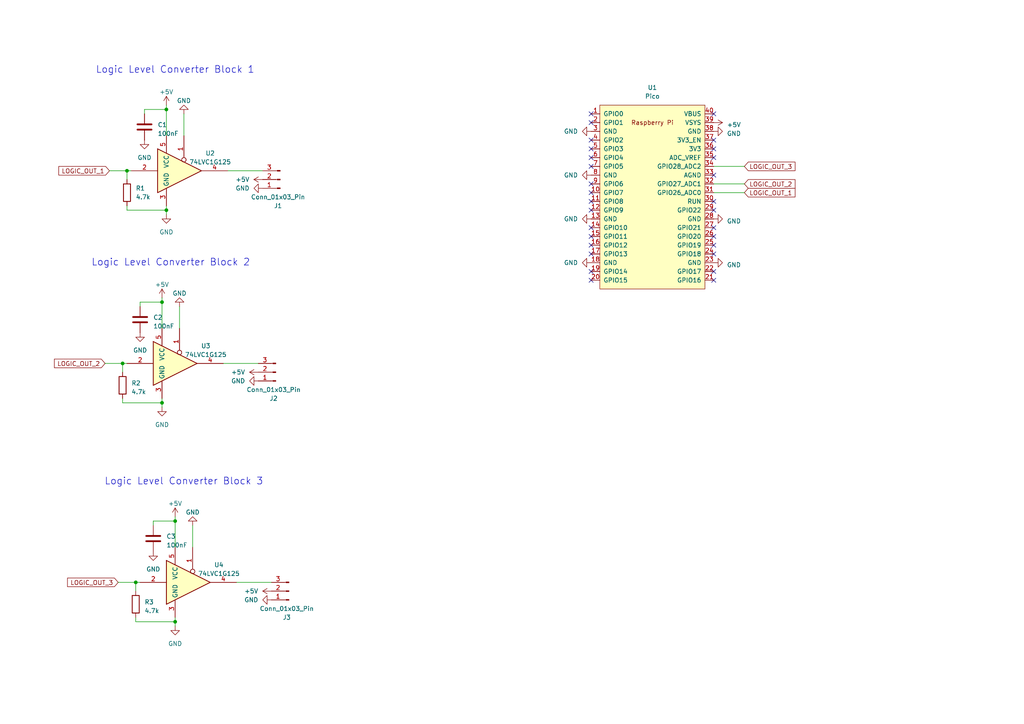
<source format=kicad_sch>
(kicad_sch (version 20231120) (generator "eeschema") (generator_version "8.0")
  (paper "A4")
  (lib_symbols
    (symbol "74xGxx:74LVC1G125"
      (property "Reference" "U" (at -10.16 7.62 0))
      (property "Value" "74LVC1G125" (at 2.54 -7.62 0))
      (symbol "74LVC1G125_0_1"
        (polyline (pts (xy -7.62 6.35) (xy -7.62 -6.35) (xy 5.08 0) (xy -7.62 6.35)) (stroke (width 0.254)) (fill (type background)))
      )
      (symbol "74LVC1G125_1_1"
        (pin input inverted (at 0 10.16 270) (length 7.62) (name "~") (number "1"))
        (pin input line (at -15.24 0 0) (length 7.62) (name "~") (number "2"))
        (pin power_in line (at -5.08 -10.16 90) (length 5.08) (name "GND") (number "3"))
        (pin tri_state line (at 12.7 0 180) (length 7.62) (name "~") (number "4"))
        (pin power_in line (at -5.08 10.16 270) (length 5.08) (name "VCC") (number "5"))
      )
    )
    (symbol "Connector:Conn_01x03_Pin" (pin_names (offset 1.016) hide)
      (property "Reference" "J" (at 0 5.08 0))
      (property "Value" "Conn_01x03_Pin" (at 0 -5.08 0))
      (symbol "Conn_01x03_Pin_1_1"
        (polyline (pts (xy 1.27 -2.54) (xy 0.8636 -2.54)) (stroke (width 0.1524)))
        (polyline (pts (xy 1.27 0) (xy 0.8636 0)) (stroke (width 0.1524)))
        (polyline (pts (xy 1.27 2.54) (xy 0.8636 2.54)) (stroke (width 0.1524)))
        (rectangle (start 0.8636 -2.413) (end 0 -2.667) (stroke (width 0.1524)) (fill (type outline)))
        (rectangle (start 0.8636 0.127) (end 0 -0.127) (stroke (width 0.1524)) (fill (type outline)))
        (rectangle (start 0.8636 2.667) (end 0 2.413) (stroke (width 0.1524)) (fill (type outline)))
        (pin passive line (at 5.08 2.54 180) (length 3.81) (name "Pin_1") (number "1"))
        (pin passive line (at 5.08 0 180) (length 3.81) (name "Pin_2") (number "2"))
        (pin passive line (at 5.08 -2.54 180) (length 3.81) (name "Pin_3") (number "3"))
      )
    )
    (symbol "Device:C" (pin_numbers hide) (pin_names (offset 0.254))
      (property "Reference" "C" (at 0.635 2.54 0))
      (property "Value" "C" (at 0.635 -2.54 0))
      (symbol "C_0_1"
        (polyline (pts (xy -2.032 -0.762) (xy 2.032 -0.762)) (stroke (width 0.508)))
        (polyline (pts (xy -2.032 0.762) (xy 2.032 0.762)) (stroke (width 0.508)))
      )
      (symbol "C_1_1"
        (pin passive line (at 0 3.81 270) (length 2.794) (name "~") (number "1"))
        (pin passive line (at 0 -3.81 90) (length 2.794) (name "~") (number "2"))
      )
    )
    (symbol "Device:R" (pin_numbers hide) (pin_names (offset 0))
      (property "Reference" "R" (at 2.032 0 90))
      (property "Value" "R" (at 0 0 90))
      (symbol "R_0_1"
        (rectangle (start -1.016 -2.54) (end 1.016 2.54) (stroke (width 0.254)))
      )
      (symbol "R_1_1"
        (pin passive line (at 0 3.81 270) (length 1.27) (name "~") (number "1"))
        (pin passive line (at 0 -3.81 90) (length 1.27) (name "~") (number "2"))
      )
    )
    (symbol "RPi_Pico:Pico" (pin_names (offset 1.016))
      (property "Reference" "U1" (at 0 31.75 0))
      (property "Value" "Pico" (at 0 29.21 0))
      (symbol "Pico_0_0"
        (text "Raspberry Pi" (at 0 21.59 0) (effects (font (size 1.27 1.27))))
      )
      (symbol "Pico_0_1"
        (rectangle (start -15.24 26.67) (end 15.24 -26.67) (fill (type background)))
      )
      (symbol "Pico_1_1"
        (pin bidirectional line (at -17.78 24.13 0) (length 2.54) (name "GPIO0") (number "1"))
        (pin bidirectional line (at -17.78 1.27 0) (length 2.54) (name "GPIO7") (number "10"))
        (pin bidirectional line (at -17.78 -1.27 0) (length 2.54) (name "GPIO8") (number "11"))
        (pin bidirectional line (at -17.78 -3.81 0) (length 2.54) (name "GPIO9") (number "12"))
        (pin power_in line (at -17.78 -6.35 0) (length 2.54) (name "GND") (number "13"))
        (pin bidirectional line (at -17.78 -8.89 0) (length 2.54) (name "GPIO10") (number "14"))
        (pin bidirectional line (at -17.78 -11.43 0) (length 2.54) (name "GPIO11") (number "15"))
        (pin bidirectional line (at -17.78 -13.97 0) (length 2.54) (name "GPIO12") (number "16"))
        (pin bidirectional line (at -17.78 -16.51 0) (length 2.54) (name "GPIO13") (number "17"))
        (pin power_in line (at -17.78 -19.05 0) (length 2.54) (name "GND") (number "18"))
        (pin bidirectional line (at -17.78 -21.59 0) (length 2.54) (name "GPIO14") (number "19"))
        (pin bidirectional line (at -17.78 21.59 0) (length 2.54) (name "GPIO1") (number "2"))
        (pin bidirectional line (at -17.78 -24.13 0) (length 2.54) (name "GPIO15") (number "20"))
        (pin bidirectional line (at 17.78 -24.13 180) (length 2.54) (name "GPIO16") (number "21"))
        (pin bidirectional line (at 17.78 -21.59 180) (length 2.54) (name "GPIO17") (number "22"))
        (pin power_in line (at 17.78 -19.05 180) (length 2.54) (name "GND") (number "23"))
        (pin bidirectional line (at 17.78 -16.51 180) (length 2.54) (name "GPIO18") (number "24"))
        (pin bidirectional line (at 17.78 -13.97 180) (length 2.54) (name "GPIO19") (number "25"))
        (pin bidirectional line (at 17.78 -11.43 180) (length 2.54) (name "GPIO20") (number "26"))
        (pin bidirectional line (at 17.78 -8.89 180) (length 2.54) (name "GPIO21") (number "27"))
        (pin power_in line (at 17.78 -6.35 180) (length 2.54) (name "GND") (number "28"))
        (pin bidirectional line (at 17.78 -3.81 180) (length 2.54) (name "GPIO22") (number "29"))
        (pin power_in line (at -17.78 19.05 0) (length 2.54) (name "GND") (number "3"))
        (pin input line (at 17.78 -1.27 180) (length 2.54) (name "RUN") (number "30"))
        (pin bidirectional line (at 17.78 1.27 180) (length 2.54) (name "GPIO26_ADC0") (number "31"))
        (pin bidirectional line (at 17.78 3.81 180) (length 2.54) (name "GPIO27_ADC1") (number "32"))
        (pin power_in line (at 17.78 6.35 180) (length 2.54) (name "AGND") (number "33"))
        (pin bidirectional line (at 17.78 8.89 180) (length 2.54) (name "GPIO28_ADC2") (number "34"))
        (pin unspecified line (at 17.78 11.43 180) (length 2.54) (name "ADC_VREF") (number "35"))
        (pin unspecified line (at 17.78 13.97 180) (length 2.54) (name "3V3") (number "36"))
        (pin input line (at 17.78 16.51 180) (length 2.54) (name "3V3_EN") (number "37"))
        (pin bidirectional line (at 17.78 19.05 180) (length 2.54) (name "GND") (number "38"))
        (pin unspecified line (at 17.78 21.59 180) (length 2.54) (name "VSYS") (number "39"))
        (pin bidirectional line (at -17.78 16.51 0) (length 2.54) (name "GPIO2") (number "4"))
        (pin unspecified line (at 17.78 24.13 180) (length 2.54) (name "VBUS") (number "40"))
        (pin bidirectional line (at -17.78 13.97 0) (length 2.54) (name "GPIO3") (number "5"))
        (pin bidirectional line (at -17.78 11.43 0) (length 2.54) (name "GPIO4") (number "6"))
        (pin bidirectional line (at -17.78 8.89 0) (length 2.54) (name "GPIO5") (number "7"))
        (pin power_in line (at -17.78 6.35 0) (length 2.54) (name "GND") (number "8"))
        (pin bidirectional line (at -17.78 3.81 0) (length 2.54) (name "GPIO6") (number "9"))
      )
    )
    (symbol "power:+5V" (power) (pin_names (offset 0))
      (property "Value" "+5V" (at 0 3.556 0))
      (symbol "+5V_0_1"
        (polyline (pts (xy -0.762 1.27) (xy 0 2.54)))
        (polyline (pts (xy 0 0) (xy 0 2.54)))
        (polyline (pts (xy 0 2.54) (xy 0.762 1.27)))
      )
      (symbol "+5V_1_1"
        (pin power_in line (at 0 0 90) (length 0) hide (name "+5V") (number "1"))
      )
    )
    (symbol "power:GND" (power) (pin_names (offset 0))
      (property "Value" "GND" (at 0 -3.81 0))
      (symbol "GND_0_1"
        (polyline (pts (xy 0 0) (xy 0 -1.27) (xy 1.27 -1.27) (xy 0 -2.54) (xy -1.27 -1.27) (xy 0 -1.27)))
      )
      (symbol "GND_1_1"
        (pin power_in line (at 0 0 270) (length 0) hide (name "GND") (number "1"))
      )
    )
  )
  (junction (at 35.56 105.41))
  (junction (at 48.26 31.75))
  (junction (at 39.37 168.91))
  (junction (at 46.99 87.63))
  (junction (at 46.99 116.84))
  (junction (at 50.8 180.34))
  (junction (at 48.26 60.96))
  (junction (at 50.8 151.13))
  (junction (at 36.83 49.53))
  (no_connect (at 207.01 58.42))
  (no_connect (at 171.45 45.72))
  (no_connect (at 171.45 78.74))
  (no_connect (at 207.01 60.96))
  (no_connect (at 207.01 45.72))
  (no_connect (at 171.45 33.02))
  (no_connect (at 171.45 48.26))
  (no_connect (at 171.45 53.34))
  (no_connect (at 171.45 73.66))
  (no_connect (at 171.45 60.96))
  (no_connect (at 207.01 43.18))
  (no_connect (at 207.01 73.66))
  (no_connect (at 171.45 71.12))
  (no_connect (at 171.45 66.04))
  (no_connect (at 171.45 43.18))
  (no_connect (at 171.45 35.56))
  (no_connect (at 171.45 55.88))
  (no_connect (at 207.01 40.64))
  (no_connect (at 207.01 81.28))
  (no_connect (at 207.01 50.8))
  (no_connect (at 171.45 81.28))
  (no_connect (at 171.45 68.58))
  (no_connect (at 207.01 78.74))
  (no_connect (at 171.45 58.42))
  (no_connect (at 207.01 71.12))
  (no_connect (at 207.01 68.58))
  (no_connect (at 171.45 40.64))
  (no_connect (at 207.01 33.02))
  (no_connect (at 207.01 66.04))
  (wire (pts (xy 46.99 87.63) (xy 46.99 95.25)))
  (wire (pts (xy 50.8 149.86) (xy 50.8 151.13)))
  (wire (pts (xy 48.26 30.48) (xy 48.26 31.75)))
  (wire (pts (xy 55.88 152.4) (xy 55.88 158.75)))
  (wire (pts (xy 207.01 55.88) (xy 215.9 55.88)))
  (wire (pts (xy 64.77 105.41) (xy 74.93 105.41)))
  (wire (pts (xy 30.48 105.41) (xy 35.56 105.41)))
  (wire (pts (xy 50.8 180.34) (xy 50.8 179.07)))
  (wire (pts (xy 48.26 62.23) (xy 48.26 60.96)))
  (wire (pts (xy 207.01 53.34) (xy 215.9 53.34)))
  (wire (pts (xy 39.37 168.91) (xy 39.37 171.45)))
  (wire (pts (xy 50.8 151.13) (xy 50.8 158.75)))
  (wire (pts (xy 35.56 116.84) (xy 46.99 116.84)))
  (wire (pts (xy 207.01 48.26) (xy 215.9 48.26)))
  (wire (pts (xy 35.56 115.57) (xy 35.56 116.84)))
  (wire (pts (xy 39.37 179.07) (xy 39.37 180.34)))
  (wire (pts (xy 36.83 49.53) (xy 38.1 49.53)))
  (wire (pts (xy 35.56 105.41) (xy 35.56 107.95)))
  (wire (pts (xy 35.56 105.41) (xy 36.83 105.41)))
  (wire (pts (xy 46.99 116.84) (xy 46.99 115.57)))
  (wire (pts (xy 40.64 87.63) (xy 46.99 87.63)))
  (wire (pts (xy 44.45 152.4) (xy 44.45 151.13)))
  (wire (pts (xy 53.34 33.02) (xy 53.34 39.37)))
  (wire (pts (xy 68.58 168.91) (xy 78.74 168.91)))
  (wire (pts (xy 34.29 168.91) (xy 39.37 168.91)))
  (wire (pts (xy 52.07 88.9) (xy 52.07 95.25)))
  (wire (pts (xy 36.83 49.53) (xy 36.83 52.07)))
  (wire (pts (xy 36.83 59.69) (xy 36.83 60.96)))
  (wire (pts (xy 50.8 181.61) (xy 50.8 180.34)))
  (wire (pts (xy 39.37 168.91) (xy 40.64 168.91)))
  (wire (pts (xy 41.91 31.75) (xy 48.26 31.75)))
  (wire (pts (xy 41.91 33.02) (xy 41.91 31.75)))
  (wire (pts (xy 36.83 60.96) (xy 48.26 60.96)))
  (wire (pts (xy 40.64 88.9) (xy 40.64 87.63)))
  (wire (pts (xy 39.37 180.34) (xy 50.8 180.34)))
  (wire (pts (xy 48.26 60.96) (xy 48.26 59.69)))
  (wire (pts (xy 46.99 86.36) (xy 46.99 87.63)))
  (wire (pts (xy 66.04 49.53) (xy 76.2 49.53)))
  (wire (pts (xy 31.75 49.53) (xy 36.83 49.53)))
  (wire (pts (xy 46.99 118.11) (xy 46.99 116.84)))
  (wire (pts (xy 48.26 31.75) (xy 48.26 39.37)))
  (wire (pts (xy 44.45 151.13) (xy 50.8 151.13)))
  (text "Logic Level Converter Block 2" (at 49.53 76.2 0) (effects (font (size 2 2))))
  (text "Logic Level Converter Block 3" (at 53.34 139.7 0) (effects (font (size 2 2))))
  (text "Logic Level Converter Block 1" (at 50.8 20.32 0) (effects (font (size 2 2))))
  (global_label "LOGIC_OUT_1" (shape input) (at 31.75 49.53 180) (property "Intersheetrefs" "${INTERSHEET_REFS}" (effects (hide yes))))
  (global_label "LOGIC_OUT_3" (shape input) (at 215.9 48.26 0) (property "Intersheetrefs" "${INTERSHEET_REFS}" (effects (hide yes))))
  (global_label "LOGIC_OUT_2" (shape input) (at 215.9 53.34 0) (property "Intersheetrefs" "${INTERSHEET_REFS}" (effects (hide yes))))
  (global_label "LOGIC_OUT_2" (shape input) (at 30.48 105.41 180) (property "Intersheetrefs" "${INTERSHEET_REFS}" (effects (hide yes))))
  (global_label "LOGIC_OUT_3" (shape input) (at 34.29 168.91 180) (property "Intersheetrefs" "${INTERSHEET_REFS}" (effects (hide yes))))
  (global_label "LOGIC_OUT_1" (shape input) (at 215.9 55.88 0) (property "Intersheetrefs" "${INTERSHEET_REFS}" (effects (hide yes))))
  (symbol (lib_id "power:GND") (at 171.45 63.5 270) (unit 1)
    (property "Reference" "#PWR018" (effects (hide yes)))
    (property "Value" "GND" (at 167.64 63.4999 90) (effects (justify right)))
  )
  (symbol (lib_id "Device:C") (at 40.64 92.71 0) (unit 1)
    (property "Reference" "C2" (at 44.45 92.075 0) (effects (justify left)))
    (property "Value" "100nF" (at 44.45 94.615 0) (effects (justify left)))
    (property "Footprint" "Capacitor_SMD:C_0805_2012Metric_Pad1.18x1.45mm_HandSolder" (effects (hide yes)))
  )
  (symbol (lib_id "power:GND") (at 50.8 181.61 0) (unit 1)
    (property "Reference" "#PWR011" (effects (hide yes)))
    (property "Value" "GND" (at 50.8 186.69 0))
  )
  (symbol (lib_id "power:GND") (at 74.93 110.49 270) (unit 1)
    (property "Reference" "#PWR024" (effects (hide yes)))
    (property "Value" "GND" (at 71.12 110.4899 90) (effects (justify right)))
  )
  (symbol (lib_id "power:GND") (at 78.74 173.99 270) (unit 1)
    (property "Reference" "#PWR026" (effects (hide yes)))
    (property "Value" "GND" (at 74.93 173.9899 90) (effects (justify right)))
  )
  (symbol (lib_id "power:GND") (at 171.45 50.8 270) (unit 1)
    (property "Reference" "#PWR019" (effects (hide yes)))
    (property "Value" "GND" (at 167.64 50.7999 90) (effects (justify right)))
  )
  (symbol (lib_id "power:GND") (at 48.26 62.23 0) (unit 1)
    (property "Reference" "#PWR03" (effects (hide yes)))
    (property "Value" "GND" (at 48.26 67.31 0))
  )
  (symbol (lib_id "power:+5V") (at 207.01 35.56 270) (unit 1)
    (property "Reference" "#PWR013" (effects (hide yes)))
    (property "Value" "+5V" (at 210.82 36.195 90) (effects (justify left)))
  )
  (symbol (lib_id "Device:C") (at 41.91 36.83 0) (unit 1)
    (property "Reference" "C1" (at 45.72 36.195 0) (effects (justify left)))
    (property "Value" "100nF" (at 45.72 38.735 0) (effects (justify left)))
    (property "Footprint" "Capacitor_SMD:C_0805_2012Metric_Pad1.18x1.45mm_HandSolder" (effects (hide yes)))
  )
  (symbol (lib_id "power:GND") (at 44.45 160.02 0) (unit 1)
    (property "Reference" "#PWR09" (effects (hide yes)))
    (property "Value" "GND" (at 44.45 165.1 0))
  )
  (symbol (lib_id "power:GND") (at 53.34 33.02 180) (unit 1)
    (property "Reference" "#PWR04" (effects (hide yes)))
    (property "Value" "GND" (at 53.34 29.21 0))
  )
  (symbol (lib_id "power:GND") (at 207.01 38.1 90) (unit 1)
    (property "Reference" "#PWR014" (effects (hide yes)))
    (property "Value" "GND" (at 210.82 38.735 90) (effects (justify right)))
  )
  (symbol (lib_id "power:GND") (at 207.01 63.5 90) (unit 1)
    (property "Reference" "#PWR015" (effects (hide yes)))
    (property "Value" "GND" (at 210.82 64.135 90) (effects (justify right)))
  )
  (symbol (lib_id "power:GND") (at 55.88 152.4 180) (unit 1)
    (property "Reference" "#PWR012" (effects (hide yes)))
    (property "Value" "GND" (at 55.88 148.59 0))
  )
  (symbol (lib_id "Device:R") (at 39.37 175.26 0) (unit 1)
    (property "Reference" "R3" (at 41.91 174.625 0) (effects (justify left)))
    (property "Value" "4.7k" (at 41.91 177.165 0) (effects (justify left)))
    (property "Footprint" "Resistor_SMD:R_0805_2012Metric_Pad1.20x1.40mm_HandSolder" (effects (hide yes)))
  )
  (symbol (lib_id "power:+5V") (at 48.26 30.48 0) (unit 1)
    (property "Reference" "#PWR02" (effects (hide yes)))
    (property "Value" "+5V" (at 48.26 26.67 0))
  )
  (symbol (lib_id "power:GND") (at 171.45 76.2 270) (unit 1)
    (property "Reference" "#PWR017" (effects (hide yes)))
    (property "Value" "GND" (at 167.64 76.1999 90) (effects (justify right)))
  )
  (symbol (lib_id "RPi_Pico:Pico") (at 189.23 57.15 0) (unit 1)
    (property "Reference" "U1" (at 189.23 25.4 0))
    (property "Value" "Pico" (at 189.23 27.94 0))
    (property "Footprint" "RPi_Pico:RPi_Pico_FootprintOnly" (effects (hide yes)))
  )
  (symbol (lib_id "74xGxx:74LVC1G125") (at 53.34 49.53 0) (unit 1)
    (property "Reference" "U2" (at 60.96 44.45 0))
    (property "Value" "74LVC1G125" (at 60.96 46.99 0))
    (property "Footprint" "Package_TO_SOT_SMD:SOT-23-5" (effects (hide yes)))
    (property "Datasheet" "https://www.ti.com/lit/ds/symlink/sn74lvc1g125.pdf" (effects (hide yes)))
  )
  (symbol (lib_id "power:GND") (at 52.07 88.9 180) (unit 1)
    (property "Reference" "#PWR08" (effects (hide yes)))
    (property "Value" "GND" (at 52.07 85.09 0))
  )
  (symbol (lib_id "power:+5V") (at 46.99 86.36 0) (unit 1)
    (property "Reference" "#PWR06" (effects (hide yes)))
    (property "Value" "+5V" (at 46.99 82.55 0))
  )
  (symbol (lib_id "power:GND") (at 171.45 38.1 270) (unit 1)
    (property "Reference" "#PWR020" (effects (hide yes)))
    (property "Value" "GND" (at 167.64 38.0999 90) (effects (justify right)))
  )
  (symbol (lib_id "power:GND") (at 207.01 76.2 90) (unit 1)
    (property "Reference" "#PWR016" (effects (hide yes)))
    (property "Value" "GND" (at 210.82 76.835 90) (effects (justify right)))
  )
  (symbol (lib_id "Device:R") (at 35.56 111.76 0) (unit 1)
    (property "Reference" "R2" (at 38.1 111.125 0) (effects (justify left)))
    (property "Value" "4.7k" (at 38.1 113.665 0) (effects (justify left)))
    (property "Footprint" "Resistor_SMD:R_0805_2012Metric_Pad1.20x1.40mm_HandSolder" (effects (hide yes)))
  )
  (symbol (lib_id "power:+5V") (at 78.74 171.45 90) (unit 1)
    (property "Reference" "#PWR025" (effects (hide yes)))
    (property "Value" "+5V" (at 74.93 171.4499 90) (effects (justify left)))
  )
  (symbol (lib_id "power:GND") (at 41.91 40.64 0) (unit 1)
    (property "Reference" "#PWR01" (effects (hide yes)))
    (property "Value" "GND" (at 41.91 45.72 0))
  )
  (symbol (lib_id "74xGxx:74LVC1G125") (at 52.07 105.41 0) (unit 1)
    (property "Reference" "U3" (at 59.69 100.33 0))
    (property "Value" "74LVC1G125" (at 59.69 102.87 0))
    (property "Footprint" "Package_TO_SOT_SMD:SOT-23-5" (effects (hide yes)))
    (property "Datasheet" "https://www.ti.com/lit/ds/symlink/sn74lvc1g125.pdf" (effects (hide yes)))
  )
  (symbol (lib_id "Connector:Conn_01x03_Pin") (at 81.28 52.07 180) (unit 1)
    (property "Reference" "J1" (at 80.645 59.69 0))
    (property "Value" "Conn_01x03_Pin" (at 80.645 57.15 0))
    (property "Footprint" "Connector_JST:JST_XH_S3B-XH-A_1x03_P2.50mm_Horizontal" (effects (hide yes)))
    (property "Description" "Generic connector, single row, 01x03, script generated" (effects (hide yes)))
  )
  (symbol (lib_id "power:+5V") (at 74.93 107.95 90) (unit 1)
    (property "Reference" "#PWR023" (effects (hide yes)))
    (property "Value" "+5V" (at 71.12 107.9499 90) (effects (justify left)))
  )
  (symbol (lib_id "power:GND") (at 40.64 96.52 0) (unit 1)
    (property "Reference" "#PWR05" (effects (hide yes)))
    (property "Value" "GND" (at 40.64 101.6 0))
  )
  (symbol (lib_id "Device:R") (at 36.83 55.88 0) (unit 1)
    (property "Reference" "R1" (at 39.37 54.6099 0) (effects (justify left)))
    (property "Value" "4.7k" (at 39.37 57.1499 0) (effects (justify left)))
    (property "Footprint" "Resistor_SMD:R_0805_2012Metric_Pad1.20x1.40mm_HandSolder" (effects (hide yes)))
  )
  (symbol (lib_id "power:GND") (at 76.2 54.61 270) (unit 1)
    (property "Reference" "#PWR022" (effects (hide yes)))
    (property "Value" "GND" (at 72.39 54.6099 90) (effects (justify right)))
  )
  (symbol (lib_id "power:+5V") (at 50.8 149.86 0) (unit 1)
    (property "Reference" "#PWR010" (effects (hide yes)))
    (property "Value" "+5V" (at 50.8 146.05 0))
  )
  (symbol (lib_id "Connector:Conn_01x03_Pin") (at 83.82 171.45 180) (unit 1)
    (property "Reference" "J3" (at 83.185 179.07 0))
    (property "Value" "Conn_01x03_Pin" (at 83.185 176.53 0))
    (property "Footprint" "Connector_JST:JST_XH_S3B-XH-A_1x03_P2.50mm_Horizontal" (effects (hide yes)))
    (property "Description" "Generic connector, single row, 01x03, script generated" (effects (hide yes)))
  )
  (symbol (lib_id "power:+5V") (at 76.2 52.07 90) (unit 1)
    (property "Reference" "#PWR021" (effects (hide yes)))
    (property "Value" "+5V" (at 72.39 52.0699 90) (effects (justify left)))
  )
  (symbol (lib_id "Connector:Conn_01x03_Pin") (at 80.01 107.95 180) (unit 1)
    (property "Reference" "J2" (at 79.375 115.57 0))
    (property "Value" "Conn_01x03_Pin" (at 79.375 113.03 0))
    (property "Footprint" "Connector_JST:JST_XH_S3B-XH-A_1x03_P2.50mm_Horizontal" (effects (hide yes)))
    (property "Description" "Generic connector, single row, 01x03, script generated" (effects (hide yes)))
  )
  (symbol (lib_id "power:GND") (at 46.99 118.11 0) (unit 1)
    (property "Reference" "#PWR07" (effects (hide yes)))
    (property "Value" "GND" (at 46.99 123.19 0))
  )
  (symbol (lib_id "Device:C") (at 44.45 156.21 0) (unit 1)
    (property "Reference" "C3" (at 48.26 155.575 0) (effects (justify left)))
    (property "Value" "100nF" (at 48.26 158.115 0) (effects (justify left)))
    (property "Footprint" "Capacitor_SMD:C_0805_2012Metric_Pad1.18x1.45mm_HandSolder" (effects (hide yes)))
  )
  (symbol (lib_id "74xGxx:74LVC1G125") (at 55.88 168.91 0) (unit 1)
    (property "Reference" "U4" (at 63.5 163.83 0))
    (property "Value" "74LVC1G125" (at 63.5 166.37 0))
    (property "Footprint" "Package_TO_SOT_SMD:SOT-23-5" (effects (hide yes)))
    (property "Datasheet" "https://www.ti.com/lit/ds/symlink/sn74lvc1g125.pdf" (effects (hide yes)))
  )
)
</source>
